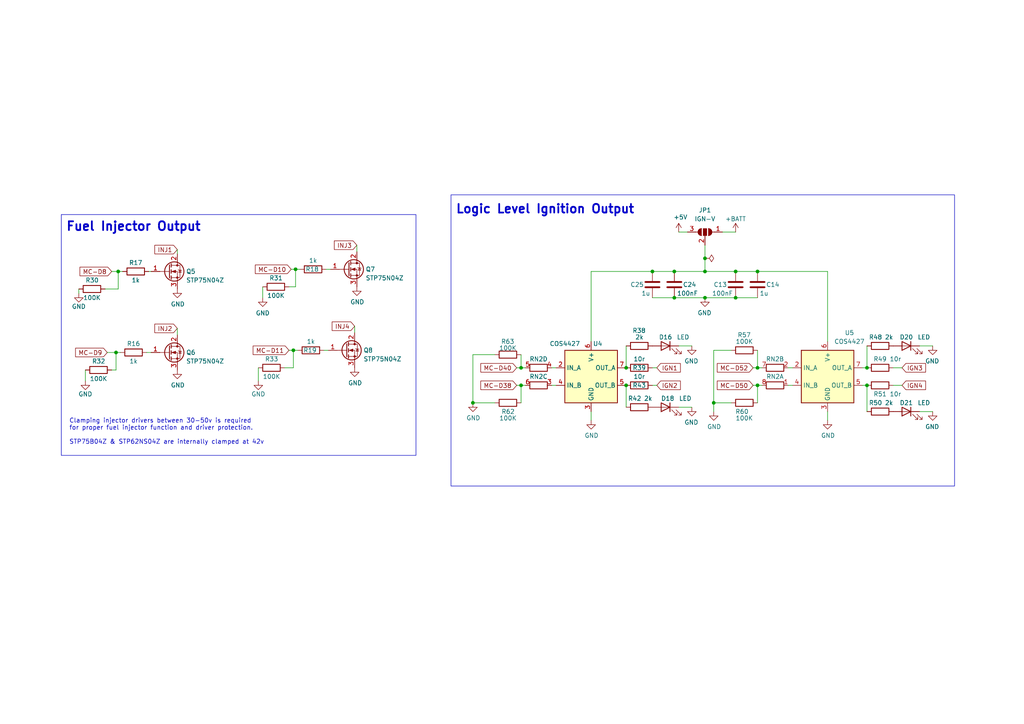
<source format=kicad_sch>
(kicad_sch (version 20250114) (generator "eeschema") (generator_version "9.0")
  (paper "A4")
  (title_block (title "Closed Deck X4") (date "2025-05-18") (rev "3") (company "OpenLogicEFI") (comment 1 "openlogicefi.com"))
  (lib_symbols
    (symbol "Device:C" (pin_numbers (hide yes)) (pin_names (offset 0.254))
      (property "Reference" "C" (at 0.635 2.54 0))
      (property "Value" "C" (at 0.635 -2.54 0))
      (symbol "C_0_1"
        (polyline (pts (xy -2.032 0.762) (xy 2.032 0.762)) (stroke (width 0.508)))
        (polyline (pts (xy -2.032 -0.762) (xy 2.032 -0.762)) (stroke (width 0.508)))
      )
      (symbol "C_1_1"
        (pin passive line (at 0 3.81 270) (length 2.794) (name "~") (number "1"))
        (pin passive line (at 0 -3.81 90) (length 2.794) (name "~") (number "2"))
      )
    )
    (symbol "Device:LED" (pin_numbers (hide yes)) (pin_names (offset 1.016) (hide yes))
      (property "Reference" "D" (at 0 2.54 0))
      (property "Value" "LED" (at 0 -2.54 0))
      (symbol "LED_0_1"
        (polyline (pts (xy -3.048 -0.762) (xy -4.572 -2.286) (xy -3.81 -2.286) (xy -4.572 -2.286) (xy -4.572 -1.524)))
        (polyline (pts (xy -1.778 -0.762) (xy -3.302 -2.286) (xy -2.54 -2.286) (xy -3.302 -2.286) (xy -3.302 -1.524)))
        (polyline (pts (xy -1.27 0) (xy 1.27 0)))
        (polyline (pts (xy -1.27 -1.27) (xy -1.27 1.27)) (stroke (width 0.254)))
        (polyline (pts (xy 1.27 -1.27) (xy 1.27 1.27) (xy -1.27 0) (xy 1.27 -1.27)) (stroke (width 0.254)))
      )
      (symbol "LED_1_1"
        (pin passive line (at -3.81 0 0) (length 2.54) (name "K") (number "1"))
        (pin passive line (at 3.81 0 180) (length 2.54) (name "A") (number "2"))
      )
    )
    (symbol "Device:R" (pin_numbers (hide yes)) (pin_names (offset 0))
      (property "Reference" "R" (at 2.032 0 90))
      (property "Value" "R" (at 0 0 90))
      (symbol "R_0_1"
        (rectangle (start -1.016 -2.54) (end 1.016 2.54) (stroke (width 0.254)))
      )
      (symbol "R_1_1"
        (pin passive line (at 0 3.81 270) (length 1.27) (name "~") (number "1"))
        (pin passive line (at 0 -3.81 90) (length 1.27) (name "~") (number "2"))
      )
    )
    (symbol "Device:R_Pack04_Split" (pin_names (offset 0) (hide yes))
      (property "Reference" "RN" (at 2.032 0 90))
      (property "Value" "R_Pack04_Split" (at 0 0 90))
      (symbol "R_Pack04_Split_0_1"
        (rectangle (start 1.016 2.54) (end -1.016 -2.54) (stroke (width 0.254)))
      )
      (symbol "R_Pack04_Split_1_1"
        (pin passive line (at 0 3.81 270) (length 1.27) (name "R1.2") (number "8"))
        (pin passive line (at 0 -3.81 90) (length 1.27) (name "R1.1") (number "1"))
      )
      (symbol "R_Pack04_Split_2_1"
        (pin passive line (at 0 3.81 270) (length 1.27) (name "R2.2") (number "7"))
        (pin passive line (at 0 -3.81 90) (length 1.27) (name "R2.1") (number "2"))
      )
      (symbol "R_Pack04_Split_3_1"
        (pin passive line (at 0 3.81 270) (length 1.27) (name "R3.2") (number "6"))
        (pin passive line (at 0 -3.81 90) (length 1.27) (name "R3.1") (number "3"))
      )
      (symbol "R_Pack04_Split_4_1"
        (pin passive line (at 0 3.81 270) (length 1.27) (name "R4.2") (number "5"))
        (pin passive line (at 0 -3.81 90) (length 1.27) (name "R4.1") (number "4"))
      )
    )
    (symbol "Driver_FET:MIC4427"
      (property "Reference" "U" (at -7.62 8.89 0))
      (property "Value" "MIC4427" (at 1.27 8.89 0))
      (symbol "MIC4427_0_1"
        (rectangle (start -7.62 -7.62) (end 7.62 7.62) (stroke (width 0.254)) (fill (type background)))
      )
      (symbol "MIC4427_1_1"
        (pin input line (at -10.16 2.54 0) (length 2.54) (name "IN_A") (number "2"))
        (pin input line (at -10.16 -2.54 0) (length 2.54) (name "IN_B") (number "4"))
        (pin no_connect line (at -7.62 0 0) (length 2.54) (hide yes) (name "NC") (number "1"))
        (pin power_in line (at 0 10.16 270) (length 2.54) (name "V+") (number "6"))
        (pin power_in line (at 0 -10.16 90) (length 2.54) (name "GND") (number "3"))
        (pin no_connect line (at 7.62 0 180) (length 2.54) (hide yes) (name "NC") (number "8"))
        (pin output line (at 10.16 2.54 180) (length 2.54) (name "OUT_A") (number "7"))
        (pin output line (at 10.16 -2.54 180) (length 2.54) (name "OUT_B") (number "5"))
      )
    )
    (symbol "Jumper:SolderJumper_3_Bridged12" (pin_names (offset 0) (hide yes))
      (property "Reference" "JP5" (at 0 6.35 0))
      (property "Value" "Ignition Voltage Selection" (at 0 3.81 0))
      (symbol "SolderJumper_3_Bridged12_0_1"
        (polyline (pts (xy -2.54 0) (xy -2.032 0)))
        (polyline (pts (xy -1.016 1.016) (xy -1.016 -1.016)))
        (arc (start -1.016 -1.016) (mid -2.0276 0) (end -1.016 1.016))
        (arc (start -1.016 -1.016) (mid -2.0276 0) (end -1.016 1.016) (fill (type outline)))
        (rectangle (start -0.508 1.016) (end 0.508 -1.016) (fill (type outline)))
        (polyline (pts (xy 0 -1.27) (xy 0 -1.016)))
        (arc (start 1.016 1.016) (mid 2.0276 0) (end 1.016 -1.016))
        (arc (start 1.016 1.016) (mid 2.0276 0) (end 1.016 -1.016) (fill (type outline)))
        (polyline (pts (xy 1.016 1.016) (xy 1.016 -1.016)))
        (polyline (pts (xy 2.54 0) (xy 2.032 0)))
      )
      (symbol "SolderJumper_3_Bridged12_1_1"
        (pin passive line (at -5.08 0 0) (length 2.54) (name "A") (number "1"))
        (pin passive line (at 0 -3.81 90) (length 2.54) (name "C") (number "2"))
        (pin passive line (at 5.08 0 180) (length 2.54) (name "B") (number "3"))
      )
    )
    (symbol "R_Pack04_SIP_Split_1" (pin_names (offset 0) (hide yes))
      (property "Reference" "RN?" (at 2.54 1.2701 0))
      (property "Value" "R_Pack04_SIP_Split_1" (at 2.54 -1.2699 0))
      (symbol "R_Pack04_SIP_Split_1_0_1"
        (rectangle (start 1.016 2.54) (end -1.016 -2.54) (stroke (width 0.254)))
      )
      (symbol "R_Pack04_SIP_Split_1_1_1"
        (pin passive line (at 0 3.81 270) (length 1.27) (name "R1.2") (number "8"))
        (pin passive line (at 0 -3.81 90) (length 1.27) (name "R1.1") (number "1"))
      )
      (symbol "R_Pack04_SIP_Split_1_2_1"
        (pin passive line (at 0 3.81 270) (length 1.27) (name "R2.2") (number "4"))
        (pin passive line (at 0 -3.81 90) (length 1.27) (name "R2.1") (number "3"))
      )
      (symbol "R_Pack04_SIP_Split_1_3_1"
        (pin passive line (at 0 3.81 270) (length 1.27) (name "R3.2") (number "6"))
        (pin passive line (at 0 -3.81 90) (length 1.27) (name "R3.1") (number "5"))
      )
      (symbol "R_Pack04_SIP_Split_1_4_1"
        (pin passive line (at 0 3.81 270) (length 1.27) (name "R4.2") (number "8"))
        (pin passive line (at 0 -3.81 90) (length 1.27) (name "R4.1") (number "7"))
      )
    )
    (symbol "Transistor_FET:IRF540N" (pin_names (hide yes))
      (property "Reference" "Q" (at 6.35 1.905 0))
      (property "Value" "IRF540N" (at 6.35 0 0))
      (symbol "IRF540N_0_1"
        (polyline (pts (xy 0.254 1.905) (xy 0.254 -1.905)) (stroke (width 0.254)))
        (polyline (pts (xy 0.254 0) (xy -2.54 0)))
        (polyline (pts (xy 0.762 2.286) (xy 0.762 1.27)) (stroke (width 0.254)))
        (polyline (pts (xy 0.762 0.508) (xy 0.762 -0.508)) (stroke (width 0.254)))
        (polyline (pts (xy 0.762 -1.27) (xy 0.762 -2.286)) (stroke (width 0.254)))
        (polyline (pts (xy 0.762 -1.778) (xy 3.302 -1.778) (xy 3.302 1.778) (xy 0.762 1.778)))
        (polyline (pts (xy 1.016 0) (xy 2.032 0.381) (xy 2.032 -0.381) (xy 1.016 0)) (fill (type outline)))
        (circle (center 1.651 0) (radius 2.794) (stroke (width 0.254)))
        (polyline (pts (xy 2.54 2.54) (xy 2.54 1.778)))
        (circle (center 2.54 1.778) (radius 0.254) (fill (type outline)))
        (circle (center 2.54 -1.778) (radius 0.254) (fill (type outline)))
        (polyline (pts (xy 2.54 -2.54) (xy 2.54 0) (xy 0.762 0)))
        (polyline (pts (xy 2.794 0.508) (xy 2.921 0.381) (xy 3.683 0.381) (xy 3.81 0.254)))
        (polyline (pts (xy 3.302 0.381) (xy 2.921 -0.254) (xy 3.683 -0.254) (xy 3.302 0.381)))
      )
      (symbol "IRF540N_1_1"
        (pin input line (at -5.08 0 0) (length 2.54) (name "G") (number "1"))
        (pin passive line (at 2.54 5.08 270) (length 2.54) (name "D") (number "2"))
        (pin passive line (at 2.54 -5.08 90) (length 2.54) (name "S") (number "3"))
      )
    )
    (symbol "power:+5V" (power) (pin_names (offset 0))
      (property "Value" "+5V" (at 0 3.556 0))
      (symbol "+5V_0_1"
        (polyline (pts (xy -0.762 1.27) (xy 0 2.54)))
        (polyline (pts (xy 0 2.54) (xy 0.762 1.27)))
        (polyline (pts (xy 0 0) (xy 0 2.54)))
      )
      (symbol "+5V_1_1"
        (pin power_in line (at 0 0 90) (length 0) (hide yes) (name "+5V") (number "1"))
      )
    )
    (symbol "power:+BATT" (power) (pin_names (offset 0))
      (property "Value" "+BATT" (at 0 3.556 0))
      (symbol "+BATT_0_1"
        (polyline (pts (xy -0.762 1.27) (xy 0 2.54)))
        (polyline (pts (xy 0 2.54) (xy 0.762 1.27)))
        (polyline (pts (xy 0 0) (xy 0 2.54)))
      )
      (symbol "+BATT_1_1"
        (pin power_in line (at 0 0 90) (length 0) (hide yes) (name "+BATT") (number "1"))
      )
    )
    (symbol "power:GND" (power) (pin_names (offset 0))
      (property "Value" "GND" (at 0 -3.81 0))
      (symbol "GND_0_1"
        (polyline (pts (xy 0 0) (xy 0 -1.27) (xy 1.27 -1.27) (xy 0 -2.54) (xy -1.27 -1.27) (xy 0 -1.27)))
      )
      (symbol "GND_1_1"
        (pin power_in line (at 0 0 270) (length 0) (hide yes) (name "GND") (number "1"))
      )
    )
    (symbol "power:PWR_FLAG" (power) (pin_numbers (hide yes)) (pin_names (offset 0) (hide yes))
      (property "Value" "PWR_FLAG" (at 0 3.81 0))
      (symbol "PWR_FLAG_0_0"
        (pin power_out line (at 0 0 90) (length 0) (name "pwr") (number "1"))
      )
      (symbol "PWR_FLAG_0_1"
        (polyline (pts (xy 0 0) (xy 0 1.27) (xy -1.016 1.905) (xy 0 2.54) (xy 1.016 1.905) (xy 0 1.27)))
      )
    )
  )
  (rectangle (start 130.81 56.515) (end 276.86 140.97))
  (rectangle (start 17.78 62.23) (end 120.65 132.08))
  (text "Clamping injector drivers between 30-50v is required\nfor proper fuel injector function and driver protection.\n\nSTP75B04Z & STP62NS04Z are internally clamped at 42v" (at 20.066 125.222 0) (effects (font (size 1.27 1.27)) (justify left)))
  (text "Fuel Injector Output" (at 19.05 67.31 0) (effects (font (size 2.54 2.54) (thickness 0.508) (bold yes)) (justify left bottom)))
  (text "Logic Level Ignition Output" (at 132.08 62.23 0) (effects (font (size 2.5 2.5) (thickness 0.5) (bold yes)) (justify left bottom)))
  (junction (at 251.46 106.68))
  (junction (at 204.47 78.74))
  (junction (at 213.36 86.36))
  (junction (at 195.58 86.36))
  (junction (at 181.61 111.76))
  (junction (at 251.46 111.76))
  (junction (at 219.71 106.68))
  (junction (at 207.01 116.84))
  (junction (at 195.58 78.74))
  (junction (at 204.47 74.93))
  (junction (at 85.725 78.105))
  (junction (at 33.655 102.235))
  (junction (at 34.29 78.74))
  (junction (at 219.71 111.76))
  (junction (at 219.71 78.74))
  (junction (at 204.47 86.36))
  (junction (at 137.16 116.84))
  (junction (at 181.61 106.68))
  (junction (at 189.23 78.74))
  (junction (at 213.36 78.74))
  (junction (at 151.13 111.76))
  (junction (at 151.13 106.68))
  (junction (at 85.09 101.6))
  (wire (pts (xy 103.505 71.12) (xy 103.505 73.025)))
  (wire (pts (xy 76.2 86.36) (xy 76.2 83.185)))
  (wire (pts (xy 83.82 101.6) (xy 85.09 101.6)))
  (wire (pts (xy 207.01 116.84) (xy 212.09 116.84)))
  (wire (pts (xy 32.385 107.315) (xy 33.655 107.315)))
  (wire (pts (xy 213.36 67.31) (xy 209.55 67.31)))
  (wire (pts (xy 137.16 102.87) (xy 137.16 116.84)))
  (wire (pts (xy 251.46 111.76) (xy 251.46 119.38)))
  (wire (pts (xy 270.51 100.33) (xy 266.7 100.33)))
  (wire (pts (xy 51.435 95.25) (xy 51.435 97.155)))
  (wire (pts (xy 228.6 111.76) (xy 229.87 111.76)))
  (wire (pts (xy 207.01 101.6) (xy 207.01 116.84)))
  (wire (pts (xy 240.03 78.74) (xy 240.03 99.06)))
  (wire (pts (xy 189.23 111.76) (xy 190.5 111.76)))
  (wire (pts (xy 93.98 101.6) (xy 95.25 101.6)))
  (wire (pts (xy 270.51 119.38) (xy 266.7 119.38)))
  (wire (pts (xy 137.16 102.87) (xy 143.51 102.87)))
  (wire (pts (xy 85.09 106.68) (xy 85.09 101.6)))
  (wire (pts (xy 137.16 116.84) (xy 143.51 116.84)))
  (wire (pts (xy 82.55 106.68) (xy 85.09 106.68)))
  (wire (pts (xy 219.71 86.36) (xy 213.36 86.36)))
  (wire (pts (xy 181.61 111.76) (xy 181.61 118.11)))
  (wire (pts (xy 30.48 83.82) (xy 34.29 83.82)))
  (wire (pts (xy 85.725 83.185) (xy 85.725 78.105)))
  (wire (pts (xy 171.45 119.38) (xy 171.45 121.92)))
  (wire (pts (xy 32.385 78.74) (xy 34.29 78.74)))
  (wire (pts (xy 151.13 111.76) (xy 149.86 111.76)))
  (wire (pts (xy 189.23 106.68) (xy 190.5 106.68)))
  (wire (pts (xy 200.66 100.33) (xy 196.85 100.33)))
  (wire (pts (xy 160.02 111.76) (xy 161.29 111.76)))
  (wire (pts (xy 24.765 110.49) (xy 24.765 107.315)))
  (wire (pts (xy 152.4 111.76) (xy 151.13 111.76)))
  (wire (pts (xy 259.08 106.68) (xy 261.62 106.68)))
  (wire (pts (xy 94.615 78.105) (xy 95.885 78.105)))
  (wire (pts (xy 207.01 101.6) (xy 212.09 101.6)))
  (wire (pts (xy 228.6 106.68) (xy 229.87 106.68)))
  (wire (pts (xy 42.545 102.235) (xy 43.815 102.235)))
  (wire (pts (xy 250.19 106.68) (xy 251.46 106.68)))
  (wire (pts (xy 74.93 110.49) (xy 74.93 106.68)))
  (wire (pts (xy 34.29 83.82) (xy 34.29 78.74)))
  (wire (pts (xy 200.66 118.11) (xy 196.85 118.11)))
  (wire (pts (xy 102.87 94.615) (xy 102.87 96.52)))
  (wire (pts (xy 204.47 71.12) (xy 204.47 74.93)))
  (wire (pts (xy 204.47 86.36) (xy 195.58 86.36)))
  (wire (pts (xy 43.18 78.74) (xy 43.815 78.74)))
  (wire (pts (xy 160.02 106.68) (xy 161.29 106.68)))
  (wire (pts (xy 259.08 111.76) (xy 261.62 111.76)))
  (wire (pts (xy 196.85 67.31) (xy 199.39 67.31)))
  (wire (pts (xy 51.435 72.39) (xy 51.435 73.66)))
  (wire (pts (xy 213.36 86.36) (xy 204.47 86.36)))
  (wire (pts (xy 220.98 111.76) (xy 219.71 111.76)))
  (wire (pts (xy 219.71 111.76) (xy 218.44 111.76)))
  (wire (pts (xy 85.725 78.105) (xy 86.995 78.105)))
  (wire (pts (xy 171.45 78.74) (xy 189.23 78.74)))
  (wire (pts (xy 151.13 111.76) (xy 151.13 116.84)))
  (wire (pts (xy 33.655 107.315) (xy 33.655 102.235)))
  (wire (pts (xy 85.09 101.6) (xy 86.36 101.6)))
  (wire (pts (xy 240.03 78.74) (xy 219.71 78.74)))
  (wire (pts (xy 240.03 119.38) (xy 240.03 121.92)))
  (wire (pts (xy 220.98 106.68) (xy 219.71 106.68)))
  (wire (pts (xy 251.46 100.33) (xy 251.46 106.68)))
  (wire (pts (xy 250.19 111.76) (xy 251.46 111.76)))
  (wire (pts (xy 34.29 78.74) (xy 35.56 78.74)))
  (wire (pts (xy 195.58 78.74) (xy 189.23 78.74)))
  (wire (pts (xy 151.13 102.87) (xy 151.13 106.68)))
  (wire (pts (xy 33.655 102.235) (xy 34.925 102.235)))
  (wire (pts (xy 151.13 106.68) (xy 149.86 106.68)))
  (wire (pts (xy 83.82 83.185) (xy 85.725 83.185)))
  (wire (pts (xy 22.86 85.09) (xy 22.86 83.82)))
  (wire (pts (xy 219.71 78.74) (xy 213.36 78.74)))
  (wire (pts (xy 219.71 106.68) (xy 218.44 106.68)))
  (wire (pts (xy 213.36 78.74) (xy 204.47 78.74)))
  (wire (pts (xy 219.71 111.76) (xy 219.71 116.84)))
  (wire (pts (xy 171.45 78.74) (xy 171.45 99.06)))
  (wire (pts (xy 207.01 119.38) (xy 207.01 116.84)))
  (wire (pts (xy 195.58 86.36) (xy 189.23 86.36)))
  (wire (pts (xy 204.47 74.93) (xy 204.47 78.74)))
  (wire (pts (xy 219.71 101.6) (xy 219.71 106.68)))
  (wire (pts (xy 31.115 102.235) (xy 33.655 102.235)))
  (wire (pts (xy 181.61 100.33) (xy 181.61 106.68)))
  (wire (pts (xy 195.58 78.74) (xy 204.47 78.74)))
  (wire (pts (xy 152.4 106.68) (xy 151.13 106.68)))
  (wire (pts (xy 84.455 78.105) (xy 85.725 78.105)))
  (global_label "MC-D38" (shape input) (at 149.86 111.76 180) (property "Intersheetrefs" "${INTERSHEET_REFS}" (effects (hide yes))))
  (global_label "IGN4" (shape input) (at 261.62 111.76 0) (property "Intersheetrefs" "${INTERSHEET_REFS}" (effects (hide yes))))
  (global_label "IGN2" (shape input) (at 190.5 111.76 0) (property "Intersheetrefs" "${INTERSHEET_REFS}" (effects (hide yes))))
  (global_label "INJ4" (shape input) (at 102.87 94.615 180) (property "Intersheetrefs" "${INTERSHEET_REFS}" (effects (hide yes))))
  (global_label "INJ2" (shape input) (at 51.435 95.25 180) (property "Intersheetrefs" "${INTERSHEET_REFS}" (effects (hide yes))))
  (global_label "MC-D10" (shape input) (at 84.455 78.105 180) (property "Intersheetrefs" "${INTERSHEET_REFS}" (effects (hide yes))))
  (global_label "IGN3" (shape input) (at 261.62 106.68 0) (property "Intersheetrefs" "${INTERSHEET_REFS}" (effects (hide yes))))
  (global_label "MC-D52" (shape input) (at 218.44 106.68 180) (property "Intersheetrefs" "${INTERSHEET_REFS}" (effects (hide yes))))
  (global_label "IGN1" (shape input) (at 190.5 106.68 0) (property "Intersheetrefs" "${INTERSHEET_REFS}" (effects (hide yes))))
  (global_label "INJ3" (shape input) (at 103.505 71.12 180) (property "Intersheetrefs" "${INTERSHEET_REFS}" (effects (hide yes))))
  (global_label "MC-D50" (shape input) (at 218.44 111.76 180) (property "Intersheetrefs" "${INTERSHEET_REFS}" (effects (hide yes))))
  (global_label "MC-D40" (shape input) (at 149.86 106.68 180) (property "Intersheetrefs" "${INTERSHEET_REFS}" (effects (hide yes))))
  (global_label "MC-D9" (shape input) (at 31.115 102.235 180) (property "Intersheetrefs" "${INTERSHEET_REFS}" (effects (hide yes))))
  (global_label "INJ1" (shape input) (at 51.435 72.39 180) (property "Intersheetrefs" "${INTERSHEET_REFS}" (effects (hide yes))))
  (global_label "MC-D8" (shape input) (at 32.385 78.74 180) (property "Intersheetrefs" "${INTERSHEET_REFS}" (effects (hide yes))))
  (global_label "MC-D11" (shape input) (at 83.82 101.6 180) (property "Intersheetrefs" "${INTERSHEET_REFS}" (effects (hide yes))))
  (symbol (lib_id "Device:C") (at 189.23 82.55 0) (mirror y) (unit 1)
    (property "Reference" "C25" (at 184.785 82.55 0))
    (property "Value" "1u" (at 187.325 85.09 0))
    (property "Footprint" "Capacitor_SMD:C_0402_1005Metric" (effects (hide yes)))
    (property "Description" "Unpolarized capacitor" (effects (hide yes)))
    (property "LCSC" "C52923" (effects (hide yes)))
  )
  (symbol (lib_id "Device:C") (at 195.58 82.55 0) (mirror y) (unit 1)
    (property "Reference" "C24" (at 200.025 82.55 0))
    (property "Value" "100nF" (at 199.39 85.09 0))
    (property "Footprint" "Capacitor_SMD:C_0402_1005Metric" (effects (hide yes)))
    (property "Description" "Unpolarized capacitor" (effects (hide yes)))
    (property "LCSC" "C307331" (effects (hide yes)))
  )
  (symbol (lib_id "power:GND") (at 204.47 86.36 0) (mirror y) (unit 1)
    (property "Reference" "#PWR041" (effects (hide yes)))
    (property "Value" "GND" (at 204.343 90.7542 0))
  )
  (symbol (lib_id "Driver_FET:MIC4427") (at 171.45 109.22 0) (unit 1)
    (property "Reference" "U4" (at 173.355 99.695 0))
    (property "Value" "COS4427" (at 163.83 99.695 0))
    (property "Footprint" "Package_SO:SOIC-8_3.9x4.9mm_P1.27mm" (effects (hide yes)))
    (property "Description" "Dual 1.5A-Peak Low-Side MOSFET Driver, DIP-8/SOIC-8/MSOP-8" (effects (hide yes)))
    (property "LCSC" "C2685358" (effects (hide yes)))
  )
  (symbol (lib_id "power:GND") (at 171.45 121.92 0) (unit 1)
    (property "Reference" "#PWR057" (effects (hide yes)))
    (property "Value" "GND" (at 171.577 126.3142 0))
  )
  (symbol (lib_id "Device:R") (at 147.32 116.84 90) (unit 1)
    (property "Reference" "R62" (at 145.415 119.38 90) (effects (justify right)))
    (property "Value" "100K" (at 144.78 121.285 90) (effects (justify right)))
    (property "Footprint" "Resistor_SMD:R_0402_1005Metric" (effects (hide yes)))
    (property "Description" "Resistor" (effects (hide yes)))
    (property "LCSC" "C25741" (effects (hide yes)))
    (property "Manufacture Part Number" "0402WGF1003TCE" (effects (hide yes)))
  )
  (symbol (lib_id "Device:R") (at 147.32 102.87 270) (unit 1)
    (property "Reference" "R63" (at 149.225 99.06 90) (effects (justify right)))
    (property "Value" "100K" (at 149.86 100.965 90) (effects (justify right)))
    (property "Footprint" "Resistor_SMD:R_0402_1005Metric" (effects (hide yes)))
    (property "Description" "Resistor" (effects (hide yes)))
    (property "LCSC" "C25741" (effects (hide yes)))
    (property "Manufacture Part Number" "0402WGF1003TCE" (effects (hide yes)))
  )
  (symbol (lib_id "Driver_FET:MIC4427") (at 240.03 109.22 0) (unit 1)
    (property "Reference" "U5" (at 246.38 96.52 0))
    (property "Value" "COS4427" (at 246.38 99.06 0))
    (property "Footprint" "Package_SO:SOIC-8_3.9x4.9mm_P1.27mm" (effects (hide yes)))
    (property "Description" "Dual 1.5A-Peak Low-Side MOSFET Driver, DIP-8/SOIC-8/MSOP-8" (effects (hide yes)))
    (property "LCSC" "C2685358" (effects (hide yes)))
  )
  (symbol (lib_id "power:GND") (at 240.03 121.92 0) (unit 1)
    (property "Reference" "#PWR048" (effects (hide yes)))
    (property "Value" "GND" (at 240.157 126.3142 0))
  )
  (symbol (lib_id "Device:R") (at 215.9 101.6 270) (unit 1)
    (property "Reference" "R57" (at 217.805 97.155 90) (effects (justify right)))
    (property "Value" "100K" (at 218.44 99.06 90) (effects (justify right)))
    (property "Footprint" "Resistor_SMD:R_0402_1005Metric" (effects (hide yes)))
    (property "Description" "Resistor" (effects (hide yes)))
    (property "LCSC" "C25741" (effects (hide yes)))
    (property "Manufacture Part Number" "0402WGF1003TCE" (effects (hide yes)))
  )
  (symbol (lib_id "Device:R") (at 215.9 116.84 270) (unit 1)
    (property "Reference" "R60" (at 217.17 119.38 90) (effects (justify right)))
    (property "Value" "100K" (at 218.44 121.285 90) (effects (justify right)))
    (property "Footprint" "Resistor_SMD:R_0402_1005Metric" (effects (hide yes)))
    (property "Description" "Resistor" (effects (hide yes)))
    (property "LCSC" "C25741" (effects (hide yes)))
    (property "Manufacture Part Number" "0402WGF1003TCE" (effects (hide yes)))
  )
  (symbol (lib_id "power:+BATT") (at 213.36 67.31 0) (mirror y) (unit 1)
    (property "Reference" "#PWR043" (effects (hide yes)))
    (property "Value" "+BATT" (at 216.408 63.5 0) (effects (justify left)))
  )
  (symbol (lib_id "power:GND") (at 22.86 85.09 0) (unit 1)
    (property "Reference" "#PWR045" (effects (hide yes)))
    (property "Value" "GND" (at 22.86 88.9 0))
  )
  (symbol (lib_id "Device:R") (at 26.67 83.82 90) (unit 1)
    (property "Reference" "R30" (at 24.765 81.28 90) (effects (justify right)))
    (property "Value" "100K" (at 24.13 86.36 90) (effects (justify right)))
    (property "Footprint" "Resistor_SMD:R_0402_1005Metric" (effects (hide yes)))
    (property "Description" "Resistor" (effects (hide yes)))
    (property "LCSC" "C25741" (effects (hide yes)))
    (property "Manufacture Part Number" "0402WGF1003TCE" (effects (hide yes)))
  )
  (symbol (lib_id "power:GND") (at 76.2 86.36 0) (mirror y) (unit 1)
    (property "Reference" "#PWR054" (effects (hide yes)))
    (property "Value" "GND" (at 76.2 90.805 0))
  )
  (symbol (lib_id "Device:R") (at 80.01 83.185 90) (mirror x) (unit 1)
    (property "Reference" "R31" (at 78.105 80.645 90) (effects (justify right)))
    (property "Value" "100K" (at 77.47 85.725 90) (effects (justify right)))
    (property "Footprint" "Resistor_SMD:R_0402_1005Metric" (effects (hide yes)))
    (property "Description" "Resistor" (effects (hide yes)))
    (property "LCSC" "C25741" (effects (hide yes)))
    (property "Manufacture Part Number" "0402WGF1003TCE" (effects (hide yes)))
  )
  (symbol (lib_id "power:GND") (at 74.93 110.49 0) (unit 1)
    (property "Reference" "#PWR053" (effects (hide yes)))
    (property "Value" "GND" (at 74.93 114.3 0))
  )
  (symbol (lib_id "Device:R") (at 78.74 106.68 90) (unit 1)
    (property "Reference" "R33" (at 76.835 104.14 90) (effects (justify right)))
    (property "Value" "100K" (at 76.2 109.22 90) (effects (justify right)))
    (property "Footprint" "Resistor_SMD:R_0402_1005Metric" (effects (hide yes)))
    (property "Description" "Resistor" (effects (hide yes)))
    (property "LCSC" "C25741" (effects (hide yes)))
    (property "Manufacture Part Number" "0402WGF1003TCE" (effects (hide yes)))
  )
  (symbol (lib_id "power:GND") (at 24.765 110.49 0) (unit 1)
    (property "Reference" "#PWR044" (effects (hide yes)))
    (property "Value" "GND" (at 24.765 114.3 0))
  )
  (symbol (lib_id "Device:R") (at 28.575 107.315 90) (unit 1)
    (property "Reference" "R32" (at 26.67 104.775 90) (effects (justify right)))
    (property "Value" "100K" (at 26.035 109.855 90) (effects (justify right)))
    (property "Footprint" "Resistor_SMD:R_0402_1005Metric" (effects (hide yes)))
    (property "Description" "Resistor" (effects (hide yes)))
    (property "LCSC" "C25741" (effects (hide yes)))
    (property "Manufacture Part Number" "0402WGF1003TCE" (effects (hide yes)))
  )
  (symbol (lib_id "Device:LED") (at 193.04 100.33 0) (mirror y) (unit 1)
    (property "Reference" "D16" (at 193.04 97.79 0))
    (property "Value" "LED" (at 198.12 97.79 0))
    (property "Footprint" "LED_SMD:LED_0603_1608Metric" (effects (hide yes)))
    (property "Description" "Light emitting diode" (effects (hide yes)))
    (property "LCSC" "C2286" (effects (hide yes)))
    (property "Manufacture Part Number" "KT-0603R" (effects (hide yes)))
  )
  (symbol (lib_id "power:GND") (at 51.435 83.82 0) (unit 1)
    (property "Reference" "#PWR049" (effects (hide yes)))
    (property "Value" "GND" (at 51.562 88.2142 0))
  )
  (symbol (lib_id "Device:R") (at 38.735 102.235 90) (unit 1)
    (property "Reference" "R16" (at 38.735 99.695 90))
    (property "Value" "1k" (at 38.735 104.775 90))
    (property "Footprint" "Resistor_SMD:R_0402_1005Metric" (effects (hide yes)))
    (property "Description" "Resistor" (effects (hide yes)))
    (property "LCSC" "C11702" (effects (hide yes)))
    (property "Manufacture Part Number" "0402WGF1001TCE" (effects (hide yes)))
  )
  (symbol (lib_id "Device:R") (at 185.42 118.11 270) (unit 1)
    (property "Reference" "R42" (at 186.055 115.57 90) (effects (justify right)))
    (property "Value" "2k" (at 189.23 115.57 90) (effects (justify right)))
    (property "Footprint" "Resistor_SMD:R_0402_1005Metric" (effects (hide yes)))
    (property "Description" "Resistor" (effects (hide yes)))
    (property "LCSC" "C4109" (effects (hide yes)))
    (property "Manufacture Part Number" "0402WGF2001TCE" (effects (hide yes)))
  )
  (symbol (lib_id "Device:LED") (at 262.89 100.33 0) (mirror y) (unit 1)
    (property "Reference" "D20" (at 262.89 97.79 0))
    (property "Value" "LED" (at 267.97 97.79 0))
    (property "Footprint" "LED_SMD:LED_0603_1608Metric" (effects (hide yes)))
    (property "Description" "Light emitting diode" (effects (hide yes)))
    (property "LCSC" "C2286" (effects (hide yes)))
    (property "Manufacture Part Number" "KT-0603R" (effects (hide yes)))
  )
  (symbol (lib_id "power:GND") (at 270.51 100.33 0) (mirror y) (unit 1)
    (property "Reference" "#PWR0105" (effects (hide yes)))
    (property "Value" "GND" (at 270.383 104.7242 0))
  )
  (symbol (lib_id "power:GND") (at 51.435 107.315 0) (unit 1)
    (property "Reference" "#PWR050" (effects (hide yes)))
    (property "Value" "GND" (at 51.562 111.7092 0))
  )
  (symbol (lib_id "Device:R") (at 255.27 111.76 90) (mirror x) (unit 1)
    (property "Reference" "R51" (at 255.27 114.3 90))
    (property "Value" "10r" (at 259.715 114.3 90))
    (property "Footprint" "Resistor_SMD:R_0805_2012Metric" (effects (hide yes)))
    (property "Description" "Resistor" (effects (hide yes)))
    (property "LCSC" "C17415" (effects (hide yes)))
    (property "Manufacture Part Number" "0805W8F100JT5E" (effects (hide yes)))
  )
  (symbol (lib_id "power:GND") (at 200.66 118.11 0) (mirror y) (unit 1)
    (property "Reference" "#PWR083" (effects (hide yes)))
    (property "Value" "GND" (at 200.533 122.5042 0))
  )
  (symbol (lib_id "Device:LED") (at 262.89 119.38 0) (mirror y) (unit 1)
    (property "Reference" "D21" (at 262.89 116.84 0))
    (property "Value" "LED" (at 267.97 116.84 0))
    (property "Footprint" "LED_SMD:LED_0603_1608Metric" (effects (hide yes)))
    (property "Description" "Light emitting diode" (effects (hide yes)))
    (property "LCSC" "C2286" (effects (hide yes)))
    (property "Manufacture Part Number" "KT-0603R" (effects (hide yes)))
  )
  (symbol (lib_id "power:GND") (at 270.51 119.38 0) (mirror y) (unit 1)
    (property "Reference" "#PWR0107" (effects (hide yes)))
    (property "Value" "GND" (at 270.383 123.7742 0))
  )
  (symbol (lib_id "Device:R") (at 255.27 100.33 270) (unit 1)
    (property "Reference" "R48" (at 255.905 97.79 90) (effects (justify right)))
    (property "Value" "2k" (at 259.08 97.79 90) (effects (justify right)))
    (property "Footprint" "Resistor_SMD:R_0402_1005Metric" (effects (hide yes)))
    (property "Description" "Resistor" (effects (hide yes)))
    (property "LCSC" "C4109" (effects (hide yes)))
    (property "Manufacture Part Number" "0402WGF2001TCE" (effects (hide yes)))
  )
  (symbol (lib_id "power:GND") (at 103.505 83.185 0) (unit 1)
    (property "Reference" "#PWR058" (effects (hide yes)))
    (property "Value" "GND" (at 103.632 87.5792 0))
  )
  (symbol (lib_id "Device:R_Pack04_Split") (at 156.21 106.68 90) (unit 4)
    (property "Reference" "RN2" (at 156.21 104.14 90))
    (property "Value" "1k" (effects (hide yes)))
    (property "Footprint" "Resistor_SMD:R_Array_Concave_4x0603" (effects (hide yes)))
    (property "Description" "4 resistor network, parallel topology, split" (effects (hide yes)))
    (property "LCSC" "C20197" (effects (hide yes)))
    (property "Manufacture Part Number" "4D03WGJ0102T5E" (effects (hide yes)))
  )
  (symbol (lib_id "Transistor_FET:IRF540N") (at 48.895 78.74 0) (unit 1) (in_bom no)
    (property "Reference" "Q5" (at 53.975 78.74 0) (effects (justify left)))
    (property "Value" "STP75N04Z" (at 53.975 81.28 0) (effects (justify left)))
    (property "Footprint" "Package_TO_SOT_THT:TO-220-3_Vertical" (effects (hide yes)))
    (property "Description" "33A Id, 100V Vds, HEXFET N-Channel MOSFET, TO-220" (effects (hide yes)))
  )
  (symbol (lib_name "R_Pack04_SIP_Split_1") (lib_id "Device:R_Pack04_SIP_Split") (at 224.79 111.76 90) (unit 1)
    (property "Reference" "RN2" (at 224.79 109.22 90))
    (property "Value" "1k" (effects (hide yes)))
    (property "Footprint" "Resistor_SMD:R_Array_Concave_4x0603" (effects (hide yes)))
    (property "Description" "4 resistor network, parallel topology, split" (effects (hide yes)))
    (property "LCSC" "C20197" (effects (hide yes)))
    (property "Manufacture Part Number" "4D03WGJ0102T5E" (effects (hide yes)))
  )
  (symbol (lib_id "Transistor_FET:IRF540N") (at 100.965 78.105 0) (unit 1) (in_bom no)
    (property "Reference" "Q7" (at 106.045 78.105 0) (effects (justify left)))
    (property "Value" "STP75N04Z" (at 106.045 80.645 0) (effects (justify left)))
    (property "Footprint" "Package_TO_SOT_THT:TO-220-3_Vertical" (effects (hide yes)))
    (property "Description" "33A Id, 100V Vds, HEXFET N-Channel MOSFET, TO-220" (effects (hide yes)))
  )
  (symbol (lib_id "Device:R") (at 185.42 106.68 90) (mirror x) (unit 1)
    (property "Reference" "R39" (at 185.42 106.68 90))
    (property "Value" "10r" (at 185.42 104.14 90))
    (property "Footprint" "Resistor_SMD:R_0805_2012Metric" (effects (hide yes)))
    (property "Description" "Resistor" (effects (hide yes)))
    (property "LCSC" "C17415" (effects (hide yes)))
    (property "Manufacture Part Number" "0805W8F100JT5E" (effects (hide yes)))
  )
  (symbol (lib_id "Jumper:SolderJumper_3_Bridged12") (at 204.47 67.31 0) (mirror y) (unit 1) (in_bom no)
    (property "Reference" "JP1" (at 204.47 60.96 0))
    (property "Value" "IGN-V" (at 204.47 63.5 0))
    (property "Footprint" "Detonation:1x03-Proto" (effects (hide yes)))
    (property "Description" "3-pole Solder Jumper, pins 1+2 closed/bridged" (effects (hide yes)))
  )
  (symbol (lib_id "Device:R") (at 90.17 101.6 90) (unit 1)
    (property "Reference" "R19" (at 89.916 101.6 90))
    (property "Value" "1k" (at 90.17 99.06 90))
    (property "Footprint" "Resistor_SMD:R_0402_1005Metric" (effects (hide yes)))
    (property "Description" "Resistor" (effects (hide yes)))
    (property "LCSC" "C11702" (effects (hide yes)))
    (property "Manufacture Part Number" "0402WGF1001TCE" (effects (hide yes)))
  )
  (symbol (lib_id "Transistor_FET:IRF540N") (at 48.895 102.235 0) (unit 1) (in_bom no)
    (property "Reference" "Q6" (at 53.975 102.235 0) (effects (justify left)))
    (property "Value" "STP75N04Z" (at 53.975 104.775 0) (effects (justify left)))
    (property "Footprint" "Package_TO_SOT_THT:TO-220-3_Vertical" (effects (hide yes)))
    (property "Description" "33A Id, 100V Vds, HEXFET N-Channel MOSFET, TO-220" (effects (hide yes)))
  )
  (symbol (lib_id "Device:R_Pack04_Split") (at 224.79 106.68 90) (unit 2)
    (property "Reference" "RN2" (at 224.79 104.14 90))
    (property "Value" "1k" (effects (hide yes)))
    (property "Footprint" "Resistor_SMD:R_Array_Concave_4x0603" (effects (hide yes)))
    (property "Description" "4 resistor network, parallel topology, split" (effects (hide yes)))
    (property "LCSC" "C20197" (effects (hide yes)))
    (property "Manufacture Part Number" "4D03WGJ0102T5E" (effects (hide yes)))
  )
  (symbol (lib_id "Device:R") (at 255.27 119.38 270) (unit 1)
    (property "Reference" "R50" (at 255.905 116.84 90) (effects (justify right)))
    (property "Value" "2k" (at 259.08 116.84 90) (effects (justify right)))
    (property "Footprint" "Resistor_SMD:R_0402_1005Metric" (effects (hide yes)))
    (property "Description" "Resistor" (effects (hide yes)))
    (property "LCSC" "C4109" (effects (hide yes)))
    (property "Manufacture Part Number" "0402WGF2001TCE" (effects (hide yes)))
  )
  (symbol (lib_id "power:+5V") (at 196.85 67.31 0) (mirror y) (unit 1)
    (property "Reference" "#PWR042" (effects (hide yes)))
    (property "Value" "+5V" (at 195.326 62.992 0) (effects (justify right)))
  )
  (symbol (lib_id "Device:R") (at 185.42 111.76 90) (mirror x) (unit 1)
    (property "Reference" "R43" (at 185.42 111.76 90))
    (property "Value" "10r" (at 185.42 109.22 90))
    (property "Footprint" "Resistor_SMD:R_0805_2012Metric" (effects (hide yes)))
    (property "Description" "Resistor" (effects (hide yes)))
    (property "LCSC" "C17415" (effects (hide yes)))
    (property "Manufacture Part Number" "0805W8F100JT5E" (effects (hide yes)))
  )
  (symbol (lib_id "Device:R") (at 90.805 78.105 90) (unit 1)
    (property "Reference" "R18" (at 90.551 78.105 90))
    (property "Value" "1k" (at 90.805 75.565 90))
    (property "Footprint" "Resistor_SMD:R_0402_1005Metric" (effects (hide yes)))
    (property "Description" "Resistor" (effects (hide yes)))
    (property "LCSC" "C11702" (effects (hide yes)))
    (property "Manufacture Part Number" "0402WGF1001TCE" (effects (hide yes)))
  )
  (symbol (lib_id "power:GND") (at 102.87 106.68 0) (unit 1)
    (property "Reference" "#PWR059" (effects (hide yes)))
    (property "Value" "GND" (at 102.997 111.0742 0))
  )
  (symbol (lib_id "Device:LED") (at 193.04 118.11 0) (mirror y) (unit 1)
    (property "Reference" "D18" (at 193.675 115.57 0))
    (property "Value" "LED" (at 198.755 115.57 0))
    (property "Footprint" "LED_SMD:LED_0603_1608Metric" (effects (hide yes)))
    (property "Description" "Light emitting diode" (effects (hide yes)))
    (property "LCSC" "C2286" (effects (hide yes)))
    (property "Manufacture Part Number" "KT-0603R" (effects (hide yes)))
  )
  (symbol (lib_id "power:GND") (at 137.16 116.84 0) (unit 1)
    (property "Reference" "#PWR0113" (effects (hide yes)))
    (property "Value" "GND" (at 137.287 121.2342 0))
  )
  (symbol (lib_id "Device:R") (at 185.42 100.33 270) (unit 1)
    (property "Reference" "R38" (at 187.325 95.885 90) (effects (justify right)))
    (property "Value" "2k" (at 186.69 97.79 90) (effects (justify right)))
    (property "Footprint" "Resistor_SMD:R_0402_1005Metric" (effects (hide yes)))
    (property "Description" "Resistor" (effects (hide yes)))
    (property "LCSC" "C4109" (effects (hide yes)))
    (property "Manufacture Part Number" "0402WGF2001TCE" (effects (hide yes)))
  )
  (symbol (lib_id "Device:R_Pack04_Split") (at 156.21 111.76 90) (unit 3)
    (property "Reference" "RN2" (at 156.21 109.22 90))
    (property "Value" "1k" (effects (hide yes)))
    (property "Footprint" "Resistor_SMD:R_Array_Concave_4x0603" (effects (hide yes)))
    (property "Description" "4 resistor network, parallel topology, split" (effects (hide yes)))
    (property "LCSC" "C20197" (effects (hide yes)))
    (property "Manufacture Part Number" "4D03WGJ0102T5E" (effects (hide yes)))
  )
  (symbol (lib_id "power:PWR_FLAG") (at 204.47 74.93 270) (mirror x) (unit 1)
    (property "Reference" "#FLG05" (effects (hide yes)))
    (property "Value" "PWR_FLAG" (effects (hide yes)))
  )
  (symbol (lib_id "power:GND") (at 207.01 119.38 0) (unit 1)
    (property "Reference" "#PWR0117" (effects (hide yes)))
    (property "Value" "GND" (at 207.137 123.7742 0))
  )
  (symbol (lib_id "Device:C") (at 213.36 82.55 0) (unit 1)
    (property "Reference" "C13" (at 208.915 82.55 0))
    (property "Value" "100nF" (at 209.55 85.09 0))
    (property "Footprint" "Capacitor_SMD:C_0402_1005Metric" (effects (hide yes)))
    (property "Description" "Unpolarized capacitor" (effects (hide yes)))
    (property "LCSC" "C307331" (effects (hide yes)))
  )
  (symbol (lib_id "Device:R") (at 39.37 78.74 90) (unit 1)
    (property "Reference" "R17" (at 39.37 76.2 90))
    (property "Value" "1k" (at 39.37 81.28 90))
    (property "Footprint" "Resistor_SMD:R_0402_1005Metric" (effects (hide yes)))
    (property "Description" "Resistor" (effects (hide yes)))
    (property "LCSC" "C11702" (effects (hide yes)))
    (property "Manufacture Part Number" "0402WGF1001TCE" (effects (hide yes)))
  )
  (symbol (lib_id "Device:C") (at 219.71 82.55 0) (unit 1)
    (property "Reference" "C14" (at 224.155 82.55 0))
    (property "Value" "1u" (at 221.615 85.09 0))
    (property "Footprint" "Capacitor_SMD:C_0402_1005Metric" (effects (hide yes)))
    (property "Description" "Unpolarized capacitor" (effects (hide yes)))
    (property "LCSC" "C52923" (effects (hide yes)))
  )
  (symbol (lib_id "Transistor_FET:IRF540N") (at 100.33 101.6 0) (unit 1) (in_bom no)
    (property "Reference" "Q8" (at 105.41 101.6 0) (effects (justify left)))
    (property "Value" "STP75N04Z" (at 105.41 104.14 0) (effects (justify left)))
    (property "Footprint" "Package_TO_SOT_THT:TO-220-3_Vertical" (effects (hide yes)))
    (property "Description" "33A Id, 100V Vds, HEXFET N-Channel MOSFET, TO-220" (effects (hide yes)))
  )
  (symbol (lib_id "power:GND") (at 200.66 100.33 0) (mirror y) (unit 1)
    (property "Reference" "#PWR063" (effects (hide yes)))
    (property "Value" "GND" (at 200.533 104.7242 0))
  )
  (symbol (lib_id "Device:R") (at 255.27 106.68 90) (mirror x) (unit 1)
    (property "Reference" "R49" (at 255.27 104.14 90))
    (property "Value" "10r" (at 259.715 104.14 90))
    (property "Footprint" "Resistor_SMD:R_0805_2012Metric" (effects (hide yes)))
    (property "Description" "Resistor" (effects (hide yes)))
    (property "LCSC" "C17415" (effects (hide yes)))
    (property "Manufacture Part Number" "0805W8F100JT5E" (effects (hide yes)))
  )
)
</source>
